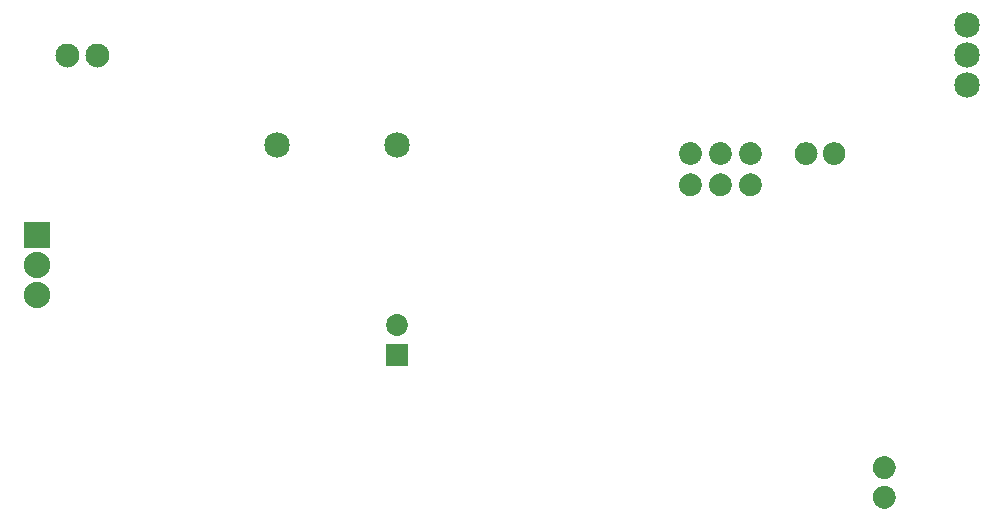
<source format=gbs>
G04 MADE WITH FRITZING*
G04 WWW.FRITZING.ORG*
G04 DOUBLE SIDED*
G04 HOLES PLATED*
G04 CONTOUR ON CENTER OF CONTOUR VECTOR*
%ASAXBY*%
%FSLAX23Y23*%
%MOIN*%
%OFA0B0*%
%SFA1.0B1.0*%
%ADD10C,0.072992*%
%ADD11C,0.088000*%
%ADD12C,0.085000*%
%ADD13R,0.072992X0.072992*%
%ADD14R,0.088000X0.088000*%
%ADD15R,0.001000X0.001000*%
%LNMASK0*%
G90*
G70*
G54D10*
X1244Y1057D03*
X1244Y1156D03*
G54D11*
X44Y1456D03*
X44Y1356D03*
X44Y1256D03*
G54D12*
X3144Y2156D03*
X3144Y2056D03*
X3144Y1956D03*
X844Y1756D03*
X1244Y1756D03*
G54D13*
X1244Y1057D03*
G54D14*
X44Y1456D03*
G54D15*
X138Y2095D02*
X152Y2095D01*
X238Y2095D02*
X252Y2095D01*
X134Y2094D02*
X156Y2094D01*
X234Y2094D02*
X256Y2094D01*
X131Y2093D02*
X159Y2093D01*
X231Y2093D02*
X259Y2093D01*
X128Y2092D02*
X161Y2092D01*
X228Y2092D02*
X261Y2092D01*
X126Y2091D02*
X163Y2091D01*
X226Y2091D02*
X263Y2091D01*
X125Y2090D02*
X165Y2090D01*
X225Y2090D02*
X265Y2090D01*
X123Y2089D02*
X167Y2089D01*
X223Y2089D02*
X267Y2089D01*
X122Y2088D02*
X168Y2088D01*
X222Y2088D02*
X268Y2088D01*
X120Y2087D02*
X169Y2087D01*
X220Y2087D02*
X269Y2087D01*
X119Y2086D02*
X171Y2086D01*
X219Y2086D02*
X271Y2086D01*
X118Y2085D02*
X172Y2085D01*
X218Y2085D02*
X272Y2085D01*
X117Y2084D02*
X173Y2084D01*
X217Y2084D02*
X273Y2084D01*
X116Y2083D02*
X174Y2083D01*
X216Y2083D02*
X274Y2083D01*
X115Y2082D02*
X175Y2082D01*
X215Y2082D02*
X275Y2082D01*
X114Y2081D02*
X175Y2081D01*
X214Y2081D02*
X275Y2081D01*
X114Y2080D02*
X176Y2080D01*
X214Y2080D02*
X276Y2080D01*
X113Y2079D02*
X177Y2079D01*
X213Y2079D02*
X277Y2079D01*
X112Y2078D02*
X178Y2078D01*
X212Y2078D02*
X278Y2078D01*
X112Y2077D02*
X178Y2077D01*
X212Y2077D02*
X278Y2077D01*
X111Y2076D02*
X179Y2076D01*
X211Y2076D02*
X279Y2076D01*
X110Y2075D02*
X179Y2075D01*
X210Y2075D02*
X279Y2075D01*
X110Y2074D02*
X180Y2074D01*
X210Y2074D02*
X280Y2074D01*
X109Y2073D02*
X181Y2073D01*
X209Y2073D02*
X280Y2073D01*
X109Y2072D02*
X181Y2072D01*
X209Y2072D02*
X281Y2072D01*
X108Y2071D02*
X181Y2071D01*
X208Y2071D02*
X281Y2071D01*
X108Y2070D02*
X182Y2070D01*
X208Y2070D02*
X282Y2070D01*
X108Y2069D02*
X182Y2069D01*
X208Y2069D02*
X282Y2069D01*
X107Y2068D02*
X182Y2068D01*
X207Y2068D02*
X282Y2068D01*
X107Y2067D02*
X183Y2067D01*
X207Y2067D02*
X283Y2067D01*
X107Y2066D02*
X183Y2066D01*
X207Y2066D02*
X283Y2066D01*
X107Y2065D02*
X183Y2065D01*
X207Y2065D02*
X283Y2065D01*
X106Y2064D02*
X184Y2064D01*
X206Y2064D02*
X284Y2064D01*
X106Y2063D02*
X184Y2063D01*
X206Y2063D02*
X284Y2063D01*
X106Y2062D02*
X184Y2062D01*
X206Y2062D02*
X284Y2062D01*
X106Y2061D02*
X184Y2061D01*
X206Y2061D02*
X284Y2061D01*
X106Y2060D02*
X184Y2060D01*
X206Y2060D02*
X284Y2060D01*
X106Y2059D02*
X184Y2059D01*
X206Y2059D02*
X284Y2059D01*
X106Y2058D02*
X184Y2058D01*
X206Y2058D02*
X284Y2058D01*
X106Y2057D02*
X184Y2057D01*
X205Y2057D02*
X284Y2057D01*
X105Y2056D02*
X184Y2056D01*
X205Y2056D02*
X284Y2056D01*
X105Y2055D02*
X184Y2055D01*
X205Y2055D02*
X284Y2055D01*
X106Y2054D02*
X184Y2054D01*
X206Y2054D02*
X284Y2054D01*
X106Y2053D02*
X184Y2053D01*
X206Y2053D02*
X284Y2053D01*
X106Y2052D02*
X184Y2052D01*
X206Y2052D02*
X284Y2052D01*
X106Y2051D02*
X184Y2051D01*
X206Y2051D02*
X284Y2051D01*
X106Y2050D02*
X184Y2050D01*
X206Y2050D02*
X284Y2050D01*
X106Y2049D02*
X184Y2049D01*
X206Y2049D02*
X284Y2049D01*
X106Y2048D02*
X184Y2048D01*
X206Y2048D02*
X284Y2048D01*
X107Y2047D02*
X183Y2047D01*
X207Y2047D02*
X283Y2047D01*
X107Y2046D02*
X183Y2046D01*
X207Y2046D02*
X283Y2046D01*
X107Y2045D02*
X183Y2045D01*
X207Y2045D02*
X283Y2045D01*
X107Y2044D02*
X183Y2044D01*
X207Y2044D02*
X283Y2044D01*
X108Y2043D02*
X182Y2043D01*
X208Y2043D02*
X282Y2043D01*
X108Y2042D02*
X182Y2042D01*
X208Y2042D02*
X282Y2042D01*
X108Y2041D02*
X182Y2041D01*
X208Y2041D02*
X282Y2041D01*
X109Y2040D02*
X181Y2040D01*
X209Y2040D02*
X281Y2040D01*
X109Y2039D02*
X181Y2039D01*
X209Y2039D02*
X281Y2039D01*
X110Y2038D02*
X180Y2038D01*
X210Y2038D02*
X280Y2038D01*
X110Y2037D02*
X180Y2037D01*
X210Y2037D02*
X280Y2037D01*
X111Y2036D02*
X179Y2036D01*
X211Y2036D02*
X279Y2036D01*
X111Y2035D02*
X178Y2035D01*
X211Y2035D02*
X278Y2035D01*
X112Y2034D02*
X178Y2034D01*
X212Y2034D02*
X278Y2034D01*
X113Y2033D02*
X177Y2033D01*
X213Y2033D02*
X277Y2033D01*
X113Y2032D02*
X176Y2032D01*
X213Y2032D02*
X276Y2032D01*
X114Y2031D02*
X176Y2031D01*
X214Y2031D02*
X276Y2031D01*
X115Y2030D02*
X175Y2030D01*
X215Y2030D02*
X275Y2030D01*
X116Y2029D02*
X174Y2029D01*
X216Y2029D02*
X274Y2029D01*
X117Y2028D02*
X173Y2028D01*
X217Y2028D02*
X273Y2028D01*
X118Y2027D02*
X172Y2027D01*
X218Y2027D02*
X272Y2027D01*
X119Y2026D02*
X171Y2026D01*
X219Y2026D02*
X271Y2026D01*
X120Y2025D02*
X170Y2025D01*
X220Y2025D02*
X270Y2025D01*
X121Y2024D02*
X168Y2024D01*
X221Y2024D02*
X268Y2024D01*
X123Y2023D02*
X167Y2023D01*
X223Y2023D02*
X267Y2023D01*
X124Y2022D02*
X166Y2022D01*
X224Y2022D02*
X266Y2022D01*
X126Y2021D02*
X164Y2021D01*
X226Y2021D02*
X264Y2021D01*
X128Y2020D02*
X162Y2020D01*
X228Y2020D02*
X262Y2020D01*
X130Y2019D02*
X160Y2019D01*
X230Y2019D02*
X260Y2019D01*
X133Y2018D02*
X157Y2018D01*
X233Y2018D02*
X257Y2018D01*
X136Y2017D02*
X153Y2017D01*
X236Y2017D02*
X253Y2017D01*
X143Y2016D02*
X147Y2016D01*
X243Y2016D02*
X247Y2016D01*
X2215Y1766D02*
X2229Y1766D01*
X2315Y1766D02*
X2329Y1766D01*
X2415Y1766D02*
X2429Y1766D01*
X2600Y1766D02*
X2614Y1766D01*
X2694Y1766D02*
X2708Y1766D01*
X2211Y1765D02*
X2233Y1765D01*
X2311Y1765D02*
X2333Y1765D01*
X2411Y1765D02*
X2433Y1765D01*
X2596Y1765D02*
X2618Y1765D01*
X2690Y1765D02*
X2712Y1765D01*
X2208Y1764D02*
X2236Y1764D01*
X2308Y1764D02*
X2336Y1764D01*
X2408Y1764D02*
X2436Y1764D01*
X2593Y1764D02*
X2621Y1764D01*
X2687Y1764D02*
X2715Y1764D01*
X2206Y1763D02*
X2238Y1763D01*
X2306Y1763D02*
X2338Y1763D01*
X2406Y1763D02*
X2438Y1763D01*
X2591Y1763D02*
X2623Y1763D01*
X2685Y1763D02*
X2717Y1763D01*
X2204Y1762D02*
X2240Y1762D01*
X2304Y1762D02*
X2340Y1762D01*
X2404Y1762D02*
X2440Y1762D01*
X2589Y1762D02*
X2625Y1762D01*
X2683Y1762D02*
X2719Y1762D01*
X2202Y1761D02*
X2241Y1761D01*
X2302Y1761D02*
X2341Y1761D01*
X2402Y1761D02*
X2441Y1761D01*
X2588Y1761D02*
X2627Y1761D01*
X2681Y1761D02*
X2720Y1761D01*
X2201Y1760D02*
X2243Y1760D01*
X2301Y1760D02*
X2343Y1760D01*
X2401Y1760D02*
X2443Y1760D01*
X2586Y1760D02*
X2628Y1760D01*
X2680Y1760D02*
X2722Y1760D01*
X2199Y1759D02*
X2244Y1759D01*
X2299Y1759D02*
X2344Y1759D01*
X2399Y1759D02*
X2444Y1759D01*
X2585Y1759D02*
X2630Y1759D01*
X2679Y1759D02*
X2723Y1759D01*
X2198Y1758D02*
X2246Y1758D01*
X2298Y1758D02*
X2345Y1758D01*
X2398Y1758D02*
X2445Y1758D01*
X2583Y1758D02*
X2631Y1758D01*
X2677Y1758D02*
X2725Y1758D01*
X2197Y1757D02*
X2247Y1757D01*
X2297Y1757D02*
X2347Y1757D01*
X2397Y1757D02*
X2447Y1757D01*
X2582Y1757D02*
X2632Y1757D01*
X2676Y1757D02*
X2726Y1757D01*
X2196Y1756D02*
X2248Y1756D01*
X2296Y1756D02*
X2348Y1756D01*
X2396Y1756D02*
X2448Y1756D01*
X2581Y1756D02*
X2633Y1756D01*
X2675Y1756D02*
X2727Y1756D01*
X2195Y1755D02*
X2249Y1755D01*
X2295Y1755D02*
X2349Y1755D01*
X2395Y1755D02*
X2449Y1755D01*
X2580Y1755D02*
X2634Y1755D01*
X2674Y1755D02*
X2728Y1755D01*
X2194Y1754D02*
X2250Y1754D01*
X2294Y1754D02*
X2350Y1754D01*
X2394Y1754D02*
X2450Y1754D01*
X2579Y1754D02*
X2635Y1754D01*
X2673Y1754D02*
X2729Y1754D01*
X2193Y1753D02*
X2251Y1753D01*
X2293Y1753D02*
X2351Y1753D01*
X2393Y1753D02*
X2450Y1753D01*
X2578Y1753D02*
X2636Y1753D01*
X2672Y1753D02*
X2730Y1753D01*
X2192Y1752D02*
X2251Y1752D01*
X2292Y1752D02*
X2351Y1752D01*
X2392Y1752D02*
X2451Y1752D01*
X2578Y1752D02*
X2637Y1752D01*
X2671Y1752D02*
X2730Y1752D01*
X2192Y1751D02*
X2252Y1751D01*
X2292Y1751D02*
X2352Y1751D01*
X2392Y1751D02*
X2452Y1751D01*
X2577Y1751D02*
X2637Y1751D01*
X2671Y1751D02*
X2731Y1751D01*
X2191Y1750D02*
X2253Y1750D01*
X2291Y1750D02*
X2353Y1750D01*
X2391Y1750D02*
X2453Y1750D01*
X2576Y1750D02*
X2638Y1750D01*
X2670Y1750D02*
X2732Y1750D01*
X2190Y1749D02*
X2253Y1749D01*
X2290Y1749D02*
X2353Y1749D01*
X2390Y1749D02*
X2453Y1749D01*
X2576Y1749D02*
X2639Y1749D01*
X2669Y1749D02*
X2732Y1749D01*
X2190Y1748D02*
X2254Y1748D01*
X2290Y1748D02*
X2354Y1748D01*
X2390Y1748D02*
X2454Y1748D01*
X2575Y1748D02*
X2639Y1748D01*
X2669Y1748D02*
X2733Y1748D01*
X2189Y1747D02*
X2255Y1747D01*
X2289Y1747D02*
X2355Y1747D01*
X2389Y1747D02*
X2455Y1747D01*
X2574Y1747D02*
X2640Y1747D01*
X2668Y1747D02*
X2734Y1747D01*
X2188Y1746D02*
X2255Y1746D01*
X2288Y1746D02*
X2355Y1746D01*
X2388Y1746D02*
X2455Y1746D01*
X2574Y1746D02*
X2641Y1746D01*
X2668Y1746D02*
X2734Y1746D01*
X2188Y1745D02*
X2256Y1745D01*
X2288Y1745D02*
X2356Y1745D01*
X2388Y1745D02*
X2456Y1745D01*
X2573Y1745D02*
X2641Y1745D01*
X2667Y1745D02*
X2735Y1745D01*
X2188Y1744D02*
X2256Y1744D01*
X2288Y1744D02*
X2356Y1744D01*
X2387Y1744D02*
X2456Y1744D01*
X2573Y1744D02*
X2641Y1744D01*
X2667Y1744D02*
X2735Y1744D01*
X2187Y1743D02*
X2256Y1743D01*
X2287Y1743D02*
X2356Y1743D01*
X2387Y1743D02*
X2456Y1743D01*
X2572Y1743D02*
X2642Y1743D01*
X2666Y1743D02*
X2736Y1743D01*
X2187Y1742D02*
X2257Y1742D01*
X2287Y1742D02*
X2357Y1742D01*
X2387Y1742D02*
X2457Y1742D01*
X2572Y1742D02*
X2642Y1742D01*
X2666Y1742D02*
X2736Y1742D01*
X2186Y1741D02*
X2257Y1741D01*
X2286Y1741D02*
X2357Y1741D01*
X2386Y1741D02*
X2457Y1741D01*
X2572Y1741D02*
X2643Y1741D01*
X2666Y1741D02*
X2736Y1741D01*
X2186Y1740D02*
X2258Y1740D01*
X2286Y1740D02*
X2358Y1740D01*
X2386Y1740D02*
X2458Y1740D01*
X2571Y1740D02*
X2643Y1740D01*
X2665Y1740D02*
X2737Y1740D01*
X2186Y1739D02*
X2258Y1739D01*
X2286Y1739D02*
X2358Y1739D01*
X2386Y1739D02*
X2458Y1739D01*
X2571Y1739D02*
X2643Y1739D01*
X2665Y1739D02*
X2737Y1739D01*
X2186Y1738D02*
X2258Y1738D01*
X2286Y1738D02*
X2358Y1738D01*
X2386Y1738D02*
X2458Y1738D01*
X2571Y1738D02*
X2643Y1738D01*
X2665Y1738D02*
X2737Y1738D01*
X2185Y1737D02*
X2258Y1737D01*
X2285Y1737D02*
X2358Y1737D01*
X2385Y1737D02*
X2458Y1737D01*
X2571Y1737D02*
X2644Y1737D01*
X2664Y1737D02*
X2737Y1737D01*
X2185Y1736D02*
X2259Y1736D01*
X2285Y1736D02*
X2358Y1736D01*
X2385Y1736D02*
X2458Y1736D01*
X2570Y1736D02*
X2644Y1736D01*
X2664Y1736D02*
X2738Y1736D01*
X2185Y1735D02*
X2259Y1735D01*
X2285Y1735D02*
X2359Y1735D01*
X2385Y1735D02*
X2459Y1735D01*
X2570Y1735D02*
X2644Y1735D01*
X2664Y1735D02*
X2738Y1735D01*
X2185Y1734D02*
X2259Y1734D01*
X2285Y1734D02*
X2359Y1734D01*
X2385Y1734D02*
X2459Y1734D01*
X2570Y1734D02*
X2644Y1734D01*
X2664Y1734D02*
X2738Y1734D01*
X2185Y1733D02*
X2259Y1733D01*
X2285Y1733D02*
X2359Y1733D01*
X2385Y1733D02*
X2459Y1733D01*
X2570Y1733D02*
X2644Y1733D01*
X2664Y1733D02*
X2738Y1733D01*
X2185Y1732D02*
X2259Y1732D01*
X2284Y1732D02*
X2359Y1732D01*
X2384Y1732D02*
X2459Y1732D01*
X2570Y1732D02*
X2644Y1732D01*
X2664Y1732D02*
X2738Y1732D01*
X2184Y1731D02*
X2259Y1731D01*
X2284Y1731D02*
X2359Y1731D01*
X2384Y1731D02*
X2459Y1731D01*
X2570Y1731D02*
X2645Y1731D01*
X2664Y1731D02*
X2738Y1731D01*
X2184Y1730D02*
X2259Y1730D01*
X2284Y1730D02*
X2359Y1730D01*
X2384Y1730D02*
X2459Y1730D01*
X2570Y1730D02*
X2645Y1730D01*
X2664Y1730D02*
X2738Y1730D01*
X2184Y1729D02*
X2259Y1729D01*
X2284Y1729D02*
X2359Y1729D01*
X2384Y1729D02*
X2459Y1729D01*
X2570Y1729D02*
X2645Y1729D01*
X2663Y1729D02*
X2738Y1729D01*
X2184Y1728D02*
X2259Y1728D01*
X2284Y1728D02*
X2359Y1728D01*
X2384Y1728D02*
X2459Y1728D01*
X2570Y1728D02*
X2645Y1728D01*
X2663Y1728D02*
X2738Y1728D01*
X2184Y1727D02*
X2259Y1727D01*
X2284Y1727D02*
X2359Y1727D01*
X2384Y1727D02*
X2459Y1727D01*
X2570Y1727D02*
X2645Y1727D01*
X2664Y1727D02*
X2738Y1727D01*
X2184Y1726D02*
X2259Y1726D01*
X2284Y1726D02*
X2359Y1726D01*
X2384Y1726D02*
X2459Y1726D01*
X2570Y1726D02*
X2644Y1726D01*
X2664Y1726D02*
X2738Y1726D01*
X2185Y1725D02*
X2259Y1725D01*
X2285Y1725D02*
X2359Y1725D01*
X2385Y1725D02*
X2459Y1725D01*
X2570Y1725D02*
X2644Y1725D01*
X2664Y1725D02*
X2738Y1725D01*
X2185Y1724D02*
X2259Y1724D01*
X2285Y1724D02*
X2359Y1724D01*
X2385Y1724D02*
X2459Y1724D01*
X2570Y1724D02*
X2644Y1724D01*
X2664Y1724D02*
X2738Y1724D01*
X2185Y1723D02*
X2259Y1723D01*
X2285Y1723D02*
X2359Y1723D01*
X2385Y1723D02*
X2459Y1723D01*
X2570Y1723D02*
X2644Y1723D01*
X2664Y1723D02*
X2738Y1723D01*
X2185Y1722D02*
X2259Y1722D01*
X2285Y1722D02*
X2359Y1722D01*
X2385Y1722D02*
X2459Y1722D01*
X2570Y1722D02*
X2644Y1722D01*
X2664Y1722D02*
X2738Y1722D01*
X2185Y1721D02*
X2258Y1721D01*
X2285Y1721D02*
X2358Y1721D01*
X2385Y1721D02*
X2458Y1721D01*
X2571Y1721D02*
X2644Y1721D01*
X2664Y1721D02*
X2738Y1721D01*
X2185Y1720D02*
X2258Y1720D01*
X2285Y1720D02*
X2358Y1720D01*
X2385Y1720D02*
X2458Y1720D01*
X2571Y1720D02*
X2644Y1720D01*
X2665Y1720D02*
X2737Y1720D01*
X2186Y1719D02*
X2258Y1719D01*
X2286Y1719D02*
X2358Y1719D01*
X2386Y1719D02*
X2458Y1719D01*
X2571Y1719D02*
X2643Y1719D01*
X2665Y1719D02*
X2737Y1719D01*
X2186Y1718D02*
X2258Y1718D01*
X2286Y1718D02*
X2358Y1718D01*
X2386Y1718D02*
X2458Y1718D01*
X2571Y1718D02*
X2643Y1718D01*
X2665Y1718D02*
X2737Y1718D01*
X2186Y1717D02*
X2257Y1717D01*
X2286Y1717D02*
X2357Y1717D01*
X2386Y1717D02*
X2457Y1717D01*
X2572Y1717D02*
X2643Y1717D01*
X2665Y1717D02*
X2736Y1717D01*
X2187Y1716D02*
X2257Y1716D01*
X2287Y1716D02*
X2357Y1716D01*
X2387Y1716D02*
X2457Y1716D01*
X2572Y1716D02*
X2642Y1716D01*
X2666Y1716D02*
X2736Y1716D01*
X2187Y1715D02*
X2257Y1715D01*
X2287Y1715D02*
X2357Y1715D01*
X2387Y1715D02*
X2457Y1715D01*
X2572Y1715D02*
X2642Y1715D01*
X2666Y1715D02*
X2736Y1715D01*
X2187Y1714D02*
X2256Y1714D01*
X2287Y1714D02*
X2356Y1714D01*
X2387Y1714D02*
X2456Y1714D01*
X2573Y1714D02*
X2642Y1714D01*
X2666Y1714D02*
X2735Y1714D01*
X2188Y1713D02*
X2256Y1713D01*
X2288Y1713D02*
X2356Y1713D01*
X2388Y1713D02*
X2456Y1713D01*
X2573Y1713D02*
X2641Y1713D01*
X2667Y1713D02*
X2735Y1713D01*
X2188Y1712D02*
X2255Y1712D01*
X2288Y1712D02*
X2355Y1712D01*
X2388Y1712D02*
X2455Y1712D01*
X2574Y1712D02*
X2641Y1712D01*
X2667Y1712D02*
X2734Y1712D01*
X2189Y1711D02*
X2255Y1711D01*
X2289Y1711D02*
X2355Y1711D01*
X2389Y1711D02*
X2455Y1711D01*
X2574Y1711D02*
X2640Y1711D01*
X2668Y1711D02*
X2734Y1711D01*
X2189Y1710D02*
X2254Y1710D01*
X2289Y1710D02*
X2354Y1710D01*
X2389Y1710D02*
X2454Y1710D01*
X2575Y1710D02*
X2640Y1710D01*
X2669Y1710D02*
X2733Y1710D01*
X2190Y1709D02*
X2254Y1709D01*
X2290Y1709D02*
X2354Y1709D01*
X2390Y1709D02*
X2454Y1709D01*
X2575Y1709D02*
X2639Y1709D01*
X2669Y1709D02*
X2733Y1709D01*
X2191Y1708D02*
X2253Y1708D01*
X2291Y1708D02*
X2353Y1708D01*
X2391Y1708D02*
X2453Y1708D01*
X2576Y1708D02*
X2638Y1708D01*
X2670Y1708D02*
X2732Y1708D01*
X2191Y1707D02*
X2252Y1707D01*
X2291Y1707D02*
X2352Y1707D01*
X2391Y1707D02*
X2452Y1707D01*
X2577Y1707D02*
X2638Y1707D01*
X2670Y1707D02*
X2731Y1707D01*
X2192Y1706D02*
X2252Y1706D01*
X2292Y1706D02*
X2352Y1706D01*
X2392Y1706D02*
X2452Y1706D01*
X2577Y1706D02*
X2637Y1706D01*
X2671Y1706D02*
X2731Y1706D01*
X2193Y1705D02*
X2251Y1705D01*
X2293Y1705D02*
X2351Y1705D01*
X2393Y1705D02*
X2451Y1705D01*
X2578Y1705D02*
X2636Y1705D01*
X2672Y1705D02*
X2730Y1705D01*
X2194Y1704D02*
X2250Y1704D01*
X2294Y1704D02*
X2350Y1704D01*
X2394Y1704D02*
X2450Y1704D01*
X2579Y1704D02*
X2635Y1704D01*
X2673Y1704D02*
X2729Y1704D01*
X2194Y1703D02*
X2249Y1703D01*
X2294Y1703D02*
X2349Y1703D01*
X2394Y1703D02*
X2449Y1703D01*
X2580Y1703D02*
X2634Y1703D01*
X2674Y1703D02*
X2728Y1703D01*
X2195Y1702D02*
X2248Y1702D01*
X2295Y1702D02*
X2348Y1702D01*
X2395Y1702D02*
X2448Y1702D01*
X2581Y1702D02*
X2634Y1702D01*
X2675Y1702D02*
X2727Y1702D01*
X2197Y1701D02*
X2247Y1701D01*
X2296Y1701D02*
X2347Y1701D01*
X2396Y1701D02*
X2447Y1701D01*
X2582Y1701D02*
X2632Y1701D01*
X2676Y1701D02*
X2726Y1701D01*
X2198Y1700D02*
X2246Y1700D01*
X2298Y1700D02*
X2346Y1700D01*
X2398Y1700D02*
X2446Y1700D01*
X2583Y1700D02*
X2631Y1700D01*
X2677Y1700D02*
X2725Y1700D01*
X2199Y1699D02*
X2245Y1699D01*
X2299Y1699D02*
X2345Y1699D01*
X2399Y1699D02*
X2445Y1699D01*
X2584Y1699D02*
X2630Y1699D01*
X2678Y1699D02*
X2724Y1699D01*
X2200Y1698D02*
X2243Y1698D01*
X2300Y1698D02*
X2343Y1698D01*
X2400Y1698D02*
X2443Y1698D01*
X2586Y1698D02*
X2629Y1698D01*
X2679Y1698D02*
X2722Y1698D01*
X2202Y1697D02*
X2242Y1697D01*
X2302Y1697D02*
X2342Y1697D01*
X2402Y1697D02*
X2442Y1697D01*
X2587Y1697D02*
X2627Y1697D01*
X2681Y1697D02*
X2721Y1697D01*
X2203Y1696D02*
X2240Y1696D01*
X2303Y1696D02*
X2340Y1696D01*
X2403Y1696D02*
X2440Y1696D01*
X2589Y1696D02*
X2626Y1696D01*
X2682Y1696D02*
X2719Y1696D01*
X2205Y1695D02*
X2239Y1695D01*
X2305Y1695D02*
X2339Y1695D01*
X2405Y1695D02*
X2439Y1695D01*
X2590Y1695D02*
X2624Y1695D01*
X2684Y1695D02*
X2718Y1695D01*
X2207Y1694D02*
X2237Y1694D01*
X2307Y1694D02*
X2336Y1694D01*
X2407Y1694D02*
X2436Y1694D01*
X2593Y1694D02*
X2622Y1694D01*
X2686Y1694D02*
X2716Y1694D01*
X2210Y1693D02*
X2234Y1693D01*
X2310Y1693D02*
X2334Y1693D01*
X2410Y1693D02*
X2434Y1693D01*
X2595Y1693D02*
X2619Y1693D01*
X2689Y1693D02*
X2713Y1693D01*
X2213Y1692D02*
X2230Y1692D01*
X2313Y1692D02*
X2330Y1692D01*
X2413Y1692D02*
X2430Y1692D01*
X2599Y1692D02*
X2616Y1692D01*
X2692Y1692D02*
X2709Y1692D01*
X2219Y1691D02*
X2224Y1691D01*
X2319Y1691D02*
X2324Y1691D01*
X2419Y1691D02*
X2424Y1691D01*
X2605Y1691D02*
X2610Y1691D01*
X2698Y1691D02*
X2703Y1691D01*
X2216Y1662D02*
X2228Y1662D01*
X2316Y1662D02*
X2328Y1662D01*
X2416Y1662D02*
X2428Y1662D01*
X2212Y1661D02*
X2232Y1661D01*
X2311Y1661D02*
X2332Y1661D01*
X2411Y1661D02*
X2432Y1661D01*
X2209Y1660D02*
X2235Y1660D01*
X2309Y1660D02*
X2335Y1660D01*
X2408Y1660D02*
X2435Y1660D01*
X2206Y1659D02*
X2237Y1659D01*
X2306Y1659D02*
X2337Y1659D01*
X2406Y1659D02*
X2437Y1659D01*
X2204Y1658D02*
X2239Y1658D01*
X2304Y1658D02*
X2339Y1658D01*
X2404Y1658D02*
X2439Y1658D01*
X2203Y1657D02*
X2241Y1657D01*
X2303Y1657D02*
X2341Y1657D01*
X2403Y1657D02*
X2441Y1657D01*
X2201Y1656D02*
X2243Y1656D01*
X2301Y1656D02*
X2343Y1656D01*
X2401Y1656D02*
X2443Y1656D01*
X2200Y1655D02*
X2244Y1655D01*
X2300Y1655D02*
X2344Y1655D01*
X2400Y1655D02*
X2444Y1655D01*
X2198Y1654D02*
X2245Y1654D01*
X2298Y1654D02*
X2345Y1654D01*
X2398Y1654D02*
X2445Y1654D01*
X2197Y1653D02*
X2246Y1653D01*
X2297Y1653D02*
X2346Y1653D01*
X2397Y1653D02*
X2446Y1653D01*
X2196Y1652D02*
X2248Y1652D01*
X2296Y1652D02*
X2348Y1652D01*
X2396Y1652D02*
X2448Y1652D01*
X2195Y1651D02*
X2249Y1651D01*
X2295Y1651D02*
X2349Y1651D01*
X2395Y1651D02*
X2449Y1651D01*
X2194Y1650D02*
X2250Y1650D01*
X2294Y1650D02*
X2349Y1650D01*
X2394Y1650D02*
X2449Y1650D01*
X2193Y1649D02*
X2250Y1649D01*
X2293Y1649D02*
X2350Y1649D01*
X2393Y1649D02*
X2450Y1649D01*
X2192Y1648D02*
X2251Y1648D01*
X2292Y1648D02*
X2351Y1648D01*
X2392Y1648D02*
X2451Y1648D01*
X2192Y1647D02*
X2252Y1647D01*
X2292Y1647D02*
X2352Y1647D01*
X2392Y1647D02*
X2452Y1647D01*
X2191Y1646D02*
X2253Y1646D01*
X2291Y1646D02*
X2353Y1646D01*
X2391Y1646D02*
X2453Y1646D01*
X2190Y1645D02*
X2253Y1645D01*
X2290Y1645D02*
X2353Y1645D01*
X2390Y1645D02*
X2453Y1645D01*
X2190Y1644D02*
X2254Y1644D01*
X2290Y1644D02*
X2354Y1644D01*
X2390Y1644D02*
X2454Y1644D01*
X2189Y1643D02*
X2254Y1643D01*
X2289Y1643D02*
X2354Y1643D01*
X2389Y1643D02*
X2454Y1643D01*
X2189Y1642D02*
X2255Y1642D01*
X2289Y1642D02*
X2355Y1642D01*
X2389Y1642D02*
X2455Y1642D01*
X2188Y1641D02*
X2256Y1641D01*
X2288Y1641D02*
X2356Y1641D01*
X2388Y1641D02*
X2456Y1641D01*
X2188Y1640D02*
X2256Y1640D01*
X2288Y1640D02*
X2356Y1640D01*
X2388Y1640D02*
X2456Y1640D01*
X2187Y1639D02*
X2256Y1639D01*
X2287Y1639D02*
X2356Y1639D01*
X2387Y1639D02*
X2456Y1639D01*
X2187Y1638D02*
X2257Y1638D01*
X2287Y1638D02*
X2357Y1638D01*
X2387Y1638D02*
X2457Y1638D01*
X2186Y1637D02*
X2257Y1637D01*
X2286Y1637D02*
X2357Y1637D01*
X2386Y1637D02*
X2457Y1637D01*
X2186Y1636D02*
X2258Y1636D01*
X2286Y1636D02*
X2357Y1636D01*
X2386Y1636D02*
X2457Y1636D01*
X2186Y1635D02*
X2258Y1635D01*
X2286Y1635D02*
X2358Y1635D01*
X2386Y1635D02*
X2458Y1635D01*
X2186Y1634D02*
X2258Y1634D01*
X2286Y1634D02*
X2358Y1634D01*
X2386Y1634D02*
X2458Y1634D01*
X2185Y1633D02*
X2258Y1633D01*
X2285Y1633D02*
X2358Y1633D01*
X2385Y1633D02*
X2458Y1633D01*
X2185Y1632D02*
X2258Y1632D01*
X2285Y1632D02*
X2358Y1632D01*
X2385Y1632D02*
X2458Y1632D01*
X2185Y1631D02*
X2259Y1631D01*
X2285Y1631D02*
X2359Y1631D01*
X2385Y1631D02*
X2459Y1631D01*
X2185Y1630D02*
X2259Y1630D01*
X2285Y1630D02*
X2359Y1630D01*
X2385Y1630D02*
X2459Y1630D01*
X2185Y1629D02*
X2259Y1629D01*
X2285Y1629D02*
X2359Y1629D01*
X2385Y1629D02*
X2459Y1629D01*
X2185Y1628D02*
X2259Y1628D01*
X2285Y1628D02*
X2359Y1628D01*
X2385Y1628D02*
X2459Y1628D01*
X2184Y1627D02*
X2259Y1627D01*
X2284Y1627D02*
X2359Y1627D01*
X2384Y1627D02*
X2459Y1627D01*
X2184Y1626D02*
X2259Y1626D01*
X2284Y1626D02*
X2359Y1626D01*
X2384Y1626D02*
X2459Y1626D01*
X2184Y1625D02*
X2259Y1625D01*
X2284Y1625D02*
X2359Y1625D01*
X2384Y1625D02*
X2459Y1625D01*
X2184Y1624D02*
X2259Y1624D01*
X2284Y1624D02*
X2359Y1624D01*
X2384Y1624D02*
X2459Y1624D01*
X2184Y1623D02*
X2259Y1623D01*
X2284Y1623D02*
X2359Y1623D01*
X2384Y1623D02*
X2459Y1623D01*
X2184Y1622D02*
X2259Y1622D01*
X2284Y1622D02*
X2359Y1622D01*
X2384Y1622D02*
X2459Y1622D01*
X2185Y1621D02*
X2259Y1621D01*
X2285Y1621D02*
X2359Y1621D01*
X2385Y1621D02*
X2459Y1621D01*
X2185Y1620D02*
X2259Y1620D01*
X2285Y1620D02*
X2359Y1620D01*
X2385Y1620D02*
X2459Y1620D01*
X2185Y1619D02*
X2259Y1619D01*
X2285Y1619D02*
X2359Y1619D01*
X2385Y1619D02*
X2459Y1619D01*
X2185Y1618D02*
X2259Y1618D01*
X2285Y1618D02*
X2359Y1618D01*
X2385Y1618D02*
X2459Y1618D01*
X2185Y1617D02*
X2258Y1617D01*
X2285Y1617D02*
X2358Y1617D01*
X2385Y1617D02*
X2458Y1617D01*
X2185Y1616D02*
X2258Y1616D01*
X2285Y1616D02*
X2358Y1616D01*
X2385Y1616D02*
X2458Y1616D01*
X2186Y1615D02*
X2258Y1615D01*
X2286Y1615D02*
X2358Y1615D01*
X2386Y1615D02*
X2458Y1615D01*
X2186Y1614D02*
X2258Y1614D01*
X2286Y1614D02*
X2358Y1614D01*
X2386Y1614D02*
X2458Y1614D01*
X2186Y1613D02*
X2257Y1613D01*
X2286Y1613D02*
X2357Y1613D01*
X2386Y1613D02*
X2457Y1613D01*
X2187Y1612D02*
X2257Y1612D01*
X2287Y1612D02*
X2357Y1612D01*
X2387Y1612D02*
X2457Y1612D01*
X2187Y1611D02*
X2257Y1611D01*
X2287Y1611D02*
X2357Y1611D01*
X2387Y1611D02*
X2457Y1611D01*
X2187Y1610D02*
X2256Y1610D01*
X2287Y1610D02*
X2356Y1610D01*
X2387Y1610D02*
X2456Y1610D01*
X2188Y1609D02*
X2256Y1609D01*
X2288Y1609D02*
X2356Y1609D01*
X2388Y1609D02*
X2456Y1609D01*
X2188Y1608D02*
X2255Y1608D01*
X2288Y1608D02*
X2355Y1608D01*
X2388Y1608D02*
X2455Y1608D01*
X2189Y1607D02*
X2255Y1607D01*
X2289Y1607D02*
X2355Y1607D01*
X2389Y1607D02*
X2455Y1607D01*
X2189Y1606D02*
X2254Y1606D01*
X2289Y1606D02*
X2354Y1606D01*
X2389Y1606D02*
X2454Y1606D01*
X2190Y1605D02*
X2254Y1605D01*
X2290Y1605D02*
X2354Y1605D01*
X2390Y1605D02*
X2454Y1605D01*
X2191Y1604D02*
X2253Y1604D01*
X2291Y1604D02*
X2353Y1604D01*
X2390Y1604D02*
X2453Y1604D01*
X2191Y1603D02*
X2252Y1603D01*
X2291Y1603D02*
X2352Y1603D01*
X2391Y1603D02*
X2452Y1603D01*
X2192Y1602D02*
X2252Y1602D01*
X2292Y1602D02*
X2352Y1602D01*
X2392Y1602D02*
X2452Y1602D01*
X2193Y1601D02*
X2251Y1601D01*
X2293Y1601D02*
X2351Y1601D01*
X2393Y1601D02*
X2451Y1601D01*
X2193Y1600D02*
X2250Y1600D01*
X2293Y1600D02*
X2350Y1600D01*
X2393Y1600D02*
X2450Y1600D01*
X2194Y1599D02*
X2249Y1599D01*
X2294Y1599D02*
X2349Y1599D01*
X2394Y1599D02*
X2449Y1599D01*
X2195Y1598D02*
X2248Y1598D01*
X2295Y1598D02*
X2348Y1598D01*
X2395Y1598D02*
X2448Y1598D01*
X2196Y1597D02*
X2247Y1597D01*
X2296Y1597D02*
X2347Y1597D01*
X2396Y1597D02*
X2447Y1597D01*
X2197Y1596D02*
X2246Y1596D01*
X2297Y1596D02*
X2346Y1596D01*
X2397Y1596D02*
X2446Y1596D01*
X2199Y1595D02*
X2245Y1595D01*
X2299Y1595D02*
X2345Y1595D01*
X2399Y1595D02*
X2445Y1595D01*
X2200Y1594D02*
X2244Y1594D01*
X2300Y1594D02*
X2344Y1594D01*
X2400Y1594D02*
X2444Y1594D01*
X2201Y1593D02*
X2242Y1593D01*
X2301Y1593D02*
X2342Y1593D01*
X2401Y1593D02*
X2442Y1593D01*
X2203Y1592D02*
X2241Y1592D01*
X2303Y1592D02*
X2341Y1592D01*
X2403Y1592D02*
X2441Y1592D01*
X2205Y1591D02*
X2239Y1591D01*
X2305Y1591D02*
X2339Y1591D01*
X2405Y1591D02*
X2439Y1591D01*
X2207Y1590D02*
X2237Y1590D01*
X2307Y1590D02*
X2337Y1590D01*
X2407Y1590D02*
X2437Y1590D01*
X2209Y1589D02*
X2234Y1589D01*
X2309Y1589D02*
X2334Y1589D01*
X2409Y1589D02*
X2434Y1589D01*
X2213Y1588D02*
X2231Y1588D01*
X2313Y1588D02*
X2331Y1588D01*
X2413Y1588D02*
X2431Y1588D01*
X2218Y1587D02*
X2226Y1587D01*
X2318Y1587D02*
X2326Y1587D01*
X2418Y1587D02*
X2426Y1587D01*
X2860Y719D02*
X2875Y719D01*
X2856Y718D02*
X2879Y718D01*
X2853Y717D02*
X2882Y717D01*
X2851Y716D02*
X2884Y716D01*
X2849Y715D02*
X2886Y715D01*
X2848Y714D02*
X2887Y714D01*
X2846Y713D02*
X2889Y713D01*
X2845Y712D02*
X2890Y712D01*
X2844Y711D02*
X2892Y711D01*
X2842Y710D02*
X2893Y710D01*
X2841Y709D02*
X2894Y709D01*
X2840Y708D02*
X2895Y708D01*
X2840Y707D02*
X2896Y707D01*
X2839Y706D02*
X2896Y706D01*
X2838Y705D02*
X2897Y705D01*
X2837Y704D02*
X2898Y704D01*
X2836Y703D02*
X2899Y703D01*
X2836Y702D02*
X2899Y702D01*
X2835Y701D02*
X2900Y701D01*
X2835Y700D02*
X2900Y700D01*
X2834Y699D02*
X2901Y699D01*
X2834Y698D02*
X2901Y698D01*
X2833Y697D02*
X2902Y697D01*
X2833Y696D02*
X2902Y696D01*
X2832Y695D02*
X2903Y695D01*
X2832Y694D02*
X2903Y694D01*
X2832Y693D02*
X2903Y693D01*
X2832Y692D02*
X2904Y692D01*
X2831Y691D02*
X2904Y691D01*
X2831Y690D02*
X2904Y690D01*
X2831Y689D02*
X2904Y689D01*
X2831Y688D02*
X2904Y688D01*
X2831Y687D02*
X2905Y687D01*
X2830Y686D02*
X2905Y686D01*
X2830Y685D02*
X2905Y685D01*
X2830Y684D02*
X2905Y684D01*
X2830Y683D02*
X2905Y683D01*
X2830Y682D02*
X2905Y682D01*
X2830Y681D02*
X2905Y681D01*
X2830Y680D02*
X2905Y680D01*
X2830Y679D02*
X2905Y679D01*
X2830Y678D02*
X2905Y678D01*
X2831Y677D02*
X2905Y677D01*
X2831Y676D02*
X2904Y676D01*
X2831Y675D02*
X2904Y675D01*
X2831Y674D02*
X2904Y674D01*
X2831Y673D02*
X2904Y673D01*
X2832Y672D02*
X2904Y672D01*
X2832Y671D02*
X2903Y671D01*
X2832Y670D02*
X2903Y670D01*
X2832Y669D02*
X2903Y669D01*
X2833Y668D02*
X2902Y668D01*
X2833Y667D02*
X2902Y667D01*
X2834Y666D02*
X2901Y666D01*
X2834Y665D02*
X2901Y665D01*
X2835Y664D02*
X2900Y664D01*
X2835Y663D02*
X2900Y663D01*
X2836Y662D02*
X2899Y662D01*
X2837Y661D02*
X2899Y661D01*
X2837Y660D02*
X2898Y660D01*
X2838Y659D02*
X2897Y659D01*
X2839Y658D02*
X2896Y658D01*
X2840Y657D02*
X2896Y657D01*
X2840Y656D02*
X2895Y656D01*
X2841Y655D02*
X2894Y655D01*
X2843Y654D02*
X2893Y654D01*
X2844Y653D02*
X2891Y653D01*
X2845Y652D02*
X2890Y652D01*
X2846Y651D02*
X2889Y651D01*
X2848Y650D02*
X2887Y650D01*
X2849Y649D02*
X2886Y649D01*
X2851Y648D02*
X2884Y648D01*
X2853Y647D02*
X2882Y647D01*
X2856Y646D02*
X2879Y646D01*
X2860Y645D02*
X2875Y645D01*
X2867Y621D02*
X2868Y621D01*
X2860Y620D02*
X2876Y620D01*
X2856Y619D02*
X2879Y619D01*
X2853Y618D02*
X2882Y618D01*
X2851Y617D02*
X2884Y617D01*
X2849Y616D02*
X2886Y616D01*
X2848Y615D02*
X2888Y615D01*
X2846Y614D02*
X2889Y614D01*
X2845Y613D02*
X2890Y613D01*
X2844Y612D02*
X2892Y612D01*
X2842Y611D02*
X2893Y611D01*
X2841Y610D02*
X2894Y610D01*
X2840Y609D02*
X2895Y609D01*
X2839Y608D02*
X2896Y608D01*
X2839Y607D02*
X2897Y607D01*
X2838Y606D02*
X2897Y606D01*
X2837Y605D02*
X2898Y605D01*
X2836Y604D02*
X2899Y604D01*
X2836Y603D02*
X2899Y603D01*
X2835Y602D02*
X2900Y602D01*
X2835Y601D02*
X2901Y601D01*
X2834Y600D02*
X2901Y600D01*
X2834Y599D02*
X2902Y599D01*
X2833Y598D02*
X2902Y598D01*
X2833Y597D02*
X2902Y597D01*
X2832Y596D02*
X2903Y596D01*
X2832Y595D02*
X2903Y595D01*
X2832Y594D02*
X2903Y594D01*
X2832Y593D02*
X2904Y593D01*
X2831Y592D02*
X2904Y592D01*
X2831Y591D02*
X2904Y591D01*
X2831Y590D02*
X2904Y590D01*
X2831Y589D02*
X2904Y589D01*
X2830Y588D02*
X2905Y588D01*
X2830Y587D02*
X2905Y587D01*
X2830Y586D02*
X2905Y586D01*
X2830Y585D02*
X2905Y585D01*
X2830Y584D02*
X2905Y584D01*
X2830Y583D02*
X2905Y583D01*
X2830Y582D02*
X2905Y582D01*
X2830Y581D02*
X2905Y581D01*
X2830Y580D02*
X2905Y580D01*
X2830Y579D02*
X2905Y579D01*
X2831Y578D02*
X2905Y578D01*
X2831Y577D02*
X2904Y577D01*
X2831Y576D02*
X2904Y576D01*
X2831Y575D02*
X2904Y575D01*
X2831Y574D02*
X2904Y574D01*
X2832Y573D02*
X2904Y573D01*
X2832Y572D02*
X2903Y572D01*
X2832Y571D02*
X2903Y571D01*
X2832Y570D02*
X2903Y570D01*
X2833Y569D02*
X2902Y569D01*
X2833Y568D02*
X2902Y568D01*
X2834Y567D02*
X2901Y567D01*
X2834Y566D02*
X2901Y566D01*
X2835Y565D02*
X2900Y565D01*
X2835Y564D02*
X2900Y564D01*
X2836Y563D02*
X2899Y563D01*
X2837Y562D02*
X2899Y562D01*
X2837Y561D02*
X2898Y561D01*
X2838Y560D02*
X2897Y560D01*
X2839Y559D02*
X2896Y559D01*
X2840Y558D02*
X2896Y558D01*
X2841Y557D02*
X2895Y557D01*
X2841Y556D02*
X2894Y556D01*
X2843Y555D02*
X2893Y555D01*
X2844Y554D02*
X2891Y554D01*
X2845Y553D02*
X2890Y553D01*
X2846Y552D02*
X2889Y552D01*
X2848Y551D02*
X2887Y551D01*
X2850Y550D02*
X2886Y550D01*
X2851Y549D02*
X2884Y549D01*
X2854Y548D02*
X2882Y548D01*
X2856Y547D02*
X2879Y547D01*
X2860Y546D02*
X2875Y546D01*
D02*
G04 End of Mask0*
M02*
</source>
